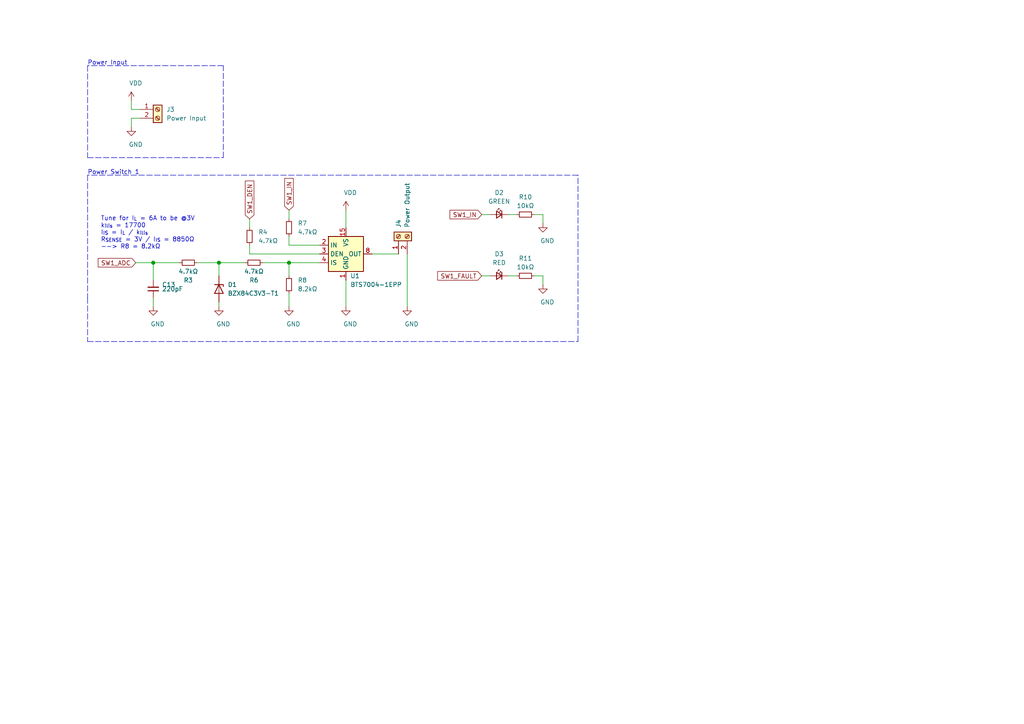
<source format=kicad_sch>
(kicad_sch (version 20201015) (generator eeschema)
  (page 1 3)
  (paper "A4")
  (lib_symbols
    (symbol "Connector:Screw_Terminal_01x02" (pin_names (offset 1.016) hide)
      (property "Reference" "J" (at 0 2.54 0))
      (property "Value" "Screw_Terminal_01x02" (at 0 -5.08 0))
      (symbol "Screw_Terminal_01x02_1_1"
        (circle (center 0 -2.54) (radius 0.635) (stroke (width 0.1524)))
        (circle (center 0 0) (radius 0.635) (stroke (width 0.1524)))
        (rectangle (start -1.27 1.27) (end 1.27 -3.81) (stroke (width 0.254)) (fill (type background)))
        (polyline (pts (xy -0.5334 -2.2098) (xy 0.3302 -3.048)) (stroke (width 0.1524)))
        (polyline (pts (xy -0.5334 0.3302) (xy 0.3302 -0.508)) (stroke (width 0.1524)))
        (polyline (pts (xy -0.3556 -2.032) (xy 0.508 -2.8702)) (stroke (width 0.1524)))
        (polyline (pts (xy -0.3556 0.508) (xy 0.508 -0.3302)) (stroke (width 0.1524)))
        (pin passive line (at -5.08 0 0) (length 3.81) (name "Pin_1") (number "1"))
        (pin passive line (at -5.08 -2.54 0) (length 3.81) (name "Pin_2") (number "2"))
      )
    )
    (symbol "Device:C_Small" (pin_numbers hide) (pin_names (offset 0.254) hide)
      (property "Reference" "C" (at 0.254 1.778 0))
      (property "Value" "C_Small" (at 0.254 -2.032 0))
      (symbol "C_Small_0_1"
        (polyline (pts (xy -1.524 -0.508) (xy 1.524 -0.508)) (stroke (width 0.3302)))
        (polyline (pts (xy -1.524 0.508) (xy 1.524 0.508)) (stroke (width 0.3048)))
      )
      (symbol "C_Small_1_1"
        (pin passive line (at 0 2.54 270) (length 2.032) (name "~") (number "1"))
        (pin passive line (at 0 -2.54 90) (length 2.032) (name "~") (number "2"))
      )
    )
    (symbol "Device:LED_Small" (pin_numbers hide) (pin_names (offset 0.254) hide)
      (property "Reference" "D" (at -1.27 3.175 0))
      (property "Value" "LED_Small" (at -4.445 -2.54 0))
      (symbol "LED_Small_0_1"
        (polyline (pts (xy -0.762 -1.016) (xy -0.762 1.016)) (stroke (width 0.254)))
        (polyline (pts (xy 1.016 0) (xy -0.762 0)))
        (polyline (pts (xy 0.762 -1.016) (xy -0.762 0) (xy 0.762 1.016) (xy 0.762 -1.016)) (stroke (width 0.254)))
        (polyline (pts (xy 0 0.762) (xy -0.508 1.27) (xy -0.254 1.27) (xy -0.508 1.27) (xy -0.508 1.016)))
        (polyline (pts (xy 0.508 1.27) (xy 0 1.778) (xy 0.254 1.778) (xy 0 1.778) (xy 0 1.524)))
      )
      (symbol "LED_Small_1_1"
        (pin passive line (at -2.54 0 0) (length 1.778) (name "K") (number "1"))
        (pin passive line (at 2.54 0 180) (length 1.778) (name "A") (number "2"))
      )
    )
    (symbol "Device:R_Small" (pin_numbers hide) (pin_names (offset 0.254) hide)
      (property "Reference" "R" (at 0.762 0.508 0))
      (property "Value" "R_Small" (at 0.762 -1.016 0))
      (symbol "R_Small_0_1"
        (rectangle (start -0.762 1.778) (end 0.762 -1.778) (stroke (width 0.2032)))
      )
      (symbol "R_Small_1_1"
        (pin passive line (at 0 2.54 270) (length 0.762) (name "~") (number "1"))
        (pin passive line (at 0 -2.54 90) (length 0.762) (name "~") (number "2"))
      )
    )
    (symbol "Diode:DZ2S033X0L" (pin_numbers hide) (pin_names (offset 1.016) hide)
      (property "Reference" "D" (at 0 2.54 0))
      (property "Value" "DZ2S033X0L" (at 0 -2.54 0))
      (symbol "DZ2S033X0L_0_1"
        (polyline (pts (xy 1.27 0) (xy -1.27 0)))
        (polyline (pts (xy -1.27 -1.27) (xy -1.27 1.27) (xy -0.762 1.27)) (stroke (width 0.254)))
        (polyline (pts (xy 1.27 -1.27) (xy 1.27 1.27) (xy -1.27 0) (xy 1.27 -1.27)) (stroke (width 0.254)))
      )
      (symbol "DZ2S033X0L_1_1"
        (pin passive line (at -3.81 0 0) (length 2.54) (name "K") (number "1"))
        (pin passive line (at 3.81 0 180) (length 2.54) (name "A") (number "2"))
      )
    )
    (symbol "Power_Management:BTS7004-1EPP"
      (property "Reference" "U" (at -3.81 6.35 0))
      (property "Value" "BTS7004-1EPP" (at 7.62 6.35 0))
      (symbol "BTS7004-1EPP_0_1"
        (rectangle (start -5.08 5.08) (end 5.08 -5.08) (stroke (width 0.254)) (fill (type background)))
      )
      (symbol "BTS7004-1EPP_1_1"
        (pin power_in line (at 0 -7.62 90) (length 2.54) (name "GND") (number "1"))
        (pin passive line (at 7.62 0 180) (length 2.54) hide (name "OUT") (number "10"))
        (pin unconnected line (at 5.08 -5.08 180) (length 2.54) hide (name "NC") (number "11"))
        (pin passive line (at 7.62 0 180) (length 2.54) hide (name "OUT") (number "12"))
        (pin passive line (at 7.62 0 180) (length 2.54) hide (name "OUT") (number "13"))
        (pin passive line (at 7.62 0 180) (length 2.54) hide (name "OUT") (number "14"))
        (pin power_in line (at 0 7.62 270) (length 2.54) (name "VS") (number "15"))
        (pin input line (at -7.62 2.54 0) (length 2.54) (name "IN") (number "2"))
        (pin input line (at -7.62 0 0) (length 2.54) (name "DEN") (number "3"))
        (pin output line (at -7.62 -2.54 0) (length 2.54) (name "IS") (number "4"))
        (pin unconnected line (at 5.08 5.08 180) (length 2.54) hide (name "NC") (number "5"))
        (pin unconnected line (at 5.08 2.54 180) (length 2.54) hide (name "NC") (number "6"))
        (pin unconnected line (at 5.08 -2.54 180) (length 2.54) hide (name "NC") (number "7"))
        (pin power_out line (at 7.62 0 180) (length 2.54) (name "OUT") (number "8"))
        (pin passive line (at 7.62 0 180) (length 2.54) hide (name "OUT") (number "9"))
      )
    )
    (symbol "power:GND" (power) (pin_names (offset 0))
      (property "Value" "GND" (at 0 -3.81 0))
      (symbol "GND_0_1"
        (polyline (pts (xy 0 0) (xy 0 -1.27) (xy 1.27 -1.27) (xy 0 -2.54) (xy -1.27 -1.27) (xy 0 -1.27)))
      )
      (symbol "GND_1_1"
        (pin power_in line (at 0 0 270) (length 0) hide (name "GND") (number "1"))
      )
    )
    (symbol "power:VDD" (power) (pin_names (offset 0))
      (property "Value" "VDD" (at 0 3.81 0))
      (symbol "VDD_0_1"
        (polyline (pts (xy -0.762 1.27) (xy 0 2.54)))
        (polyline (pts (xy 0 0) (xy 0 2.54)))
        (polyline (pts (xy 0 2.54) (xy 0.762 1.27)))
      )
      (symbol "VDD_1_1"
        (pin power_in line (at 0 0 90) (length 0) hide (name "VDD") (number "1"))
      )
    )
  )
  (junction (at 44.45 76.2) (diameter 1.016))
  (junction (at 63.5 76.2) (diameter 1.016))
  (junction (at 83.82 76.2) (diameter 1.016))
  (wire (pts (xy 38.1 29.21) (xy 38.1 31.75)))
  (wire (pts (xy 38.1 31.75) (xy 40.64 31.75)))
  (wire (pts (xy 38.1 34.29) (xy 40.64 34.29)))
  (wire (pts (xy 38.1 36.83) (xy 38.1 34.29)))
  (wire (pts (xy 39.37 76.2) (xy 44.45 76.2)))
  (wire (pts (xy 44.45 76.2) (xy 44.45 81.28)))
  (wire (pts (xy 44.45 76.2) (xy 52.07 76.2)))
  (wire (pts (xy 44.45 86.36) (xy 44.45 88.9)))
  (wire (pts (xy 57.15 76.2) (xy 63.5 76.2)))
  (wire (pts (xy 63.5 76.2) (xy 63.5 80.01)))
  (wire (pts (xy 63.5 76.2) (xy 71.12 76.2)))
  (wire (pts (xy 63.5 87.63) (xy 63.5 88.9)))
  (wire (pts (xy 72.39 63.5) (xy 72.39 66.04)))
  (wire (pts (xy 72.39 71.12) (xy 72.39 73.66)))
  (wire (pts (xy 72.39 73.66) (xy 92.71 73.66)))
  (wire (pts (xy 76.2 76.2) (xy 83.82 76.2)))
  (wire (pts (xy 83.82 60.96) (xy 83.82 63.5)))
  (wire (pts (xy 83.82 68.58) (xy 83.82 71.12)))
  (wire (pts (xy 83.82 71.12) (xy 92.71 71.12)))
  (wire (pts (xy 83.82 76.2) (xy 83.82 80.01)))
  (wire (pts (xy 83.82 76.2) (xy 87.63 76.2)))
  (wire (pts (xy 83.82 85.09) (xy 83.82 88.9)))
  (wire (pts (xy 92.71 76.2) (xy 87.63 76.2)))
  (wire (pts (xy 100.33 60.96) (xy 100.33 66.04)))
  (wire (pts (xy 100.33 81.28) (xy 100.33 87.63)))
  (wire (pts (xy 100.33 87.63) (xy 100.33 88.9)))
  (wire (pts (xy 107.95 73.66) (xy 115.57 73.66)))
  (wire (pts (xy 118.11 73.66) (xy 118.11 76.2)))
  (wire (pts (xy 118.11 76.2) (xy 118.11 87.63)))
  (wire (pts (xy 118.11 87.63) (xy 118.11 88.9)))
  (wire (pts (xy 139.7 62.23) (xy 142.24 62.23)))
  (wire (pts (xy 139.7 80.01) (xy 142.24 80.01)))
  (wire (pts (xy 147.32 62.23) (xy 149.86 62.23)))
  (wire (pts (xy 147.32 80.01) (xy 149.86 80.01)))
  (wire (pts (xy 154.94 62.23) (xy 157.48 62.23)))
  (wire (pts (xy 154.94 80.01) (xy 157.48 80.01)))
  (wire (pts (xy 157.48 62.23) (xy 157.48 64.77)))
  (wire (pts (xy 157.48 80.01) (xy 157.48 82.55)))
  (polyline (pts (xy 25.4 19.05) (xy 25.4 45.72)) (stroke (width 0) (type dash)))
  (polyline (pts (xy 25.4 45.72) (xy 64.77 45.72)) (stroke (width 0) (type dash)))
  (polyline (pts (xy 25.4 50.8) (xy 25.4 86.36)) (stroke (width 0) (type dash)))
  (polyline (pts (xy 25.4 86.36) (xy 25.4 99.06)) (stroke (width 0) (type dash)))
  (polyline (pts (xy 25.4 99.06) (xy 167.64 99.06)) (stroke (width 0) (type dash)))
  (polyline (pts (xy 64.77 19.05) (xy 25.4 19.05)) (stroke (width 0) (type dash)))
  (polyline (pts (xy 64.77 45.72) (xy 64.77 19.05)) (stroke (width 0) (type dash)))
  (polyline (pts (xy 167.64 50.8) (xy 25.4 50.8)) (stroke (width 0) (type dash)))
  (polyline (pts (xy 167.64 99.06) (xy 167.64 50.8)) (stroke (width 0) (type dash)))
  (text "Power Input" (at 25.4 19.05 0) (effects (font (size 1.27 1.27)) (justify left bottom)))
  (text "Power Switch 1" (at 25.4 50.8 0) (effects (font (size 1.27 1.27)) (justify left bottom)))
  (text "Tune for I_{L} = 6A to be @3V\nk_{ilis} = 17700\nI_{IS} = I_{L} / k_{ilis}\nR_{SENSE} = 3V / I_{IS} = 8850Ω\n--> R8 = ${75679c15-29d2-4fcb-aebd-40c7bd0216f0:VALUE}" (at 29.21 72.39 0) (effects (font (size 1.27 1.27)) (justify left bottom)))
  (global_label "SW1_ADC" (shape input) (at 39.37 76.2 180))
  (global_label "SW1_DEN" (shape input) (at 72.39 63.5 90))
  (global_label "SW1_IN" (shape input) (at 83.82 60.96 90))
  (global_label "SW1_IN" (shape input) (at 139.7 62.23 180))
  (global_label "SW1_FAULT" (shape input) (at 139.7 80.01 180))
  (symbol (lib_id "power:VDD") (at 38.1 29.21 0) (unit 1)
    (property "Reference" "#PWR03" (effects hide))
    (property "Value" "VDD (5-24V)" (at 39.37 24.13 0))
  )
  (symbol (lib_id "power:VDD") (at 100.33 60.96 0) (unit 1)
    (property "Reference" "#PWR010" (effects hide))
    (property "Value" "VDD" (at 101.6 55.88 0))
  )
  (symbol (lib_id "power:GND") (at 38.1 36.83 0) (unit 1)
    (property "Reference" "#PWR04" (effects hide))
    (property "Value" "GND" (at 39.37 41.91 0))
  )
  (symbol (lib_id "power:GND") (at 44.45 88.9 0) (unit 1)
    (property "Reference" "#PWR0101" (effects hide))
    (property "Value" "GND" (at 45.72 93.98 0))
  )
  (symbol (lib_id "power:GND") (at 63.5 88.9 0) (unit 1)
    (property "Reference" "#PWR024" (effects hide))
    (property "Value" "GND" (at 64.77 93.98 0))
  )
  (symbol (lib_id "power:GND") (at 83.82 88.9 0) (unit 1)
    (property "Reference" "#PWR026" (effects hide))
    (property "Value" "GND" (at 85.09 93.98 0))
  )
  (symbol (lib_id "power:GND") (at 100.33 88.9 0) (unit 1)
    (property "Reference" "#PWR011" (effects hide))
    (property "Value" "GND" (at 101.6 93.98 0))
  )
  (symbol (lib_id "power:GND") (at 118.11 88.9 0) (unit 1)
    (property "Reference" "#PWR012" (effects hide))
    (property "Value" "GND" (at 119.38 93.98 0))
  )
  (symbol (lib_id "power:GND") (at 157.48 64.77 0) (unit 1)
    (property "Reference" "#PWR0102" (effects hide))
    (property "Value" "GND" (at 158.75 69.85 0))
  )
  (symbol (lib_id "power:GND") (at 157.48 82.55 0) (unit 1)
    (property "Reference" "#PWR0103" (effects hide))
    (property "Value" "GND" (at 158.75 87.63 0))
  )
  (symbol (lib_id "Device:R_Small") (at 54.61 76.2 90) (unit 1)
    (property "Reference" "R3" (at 54.61 81.28 90))
    (property "Value" "4.7kΩ" (at 54.61 78.74 90))
    (property "Footprint" "Resistor_SMD:R_0402_1005Metric" (effects hide))
  )
  (symbol (lib_id "Device:R_Small") (at 72.39 68.58 0) (unit 1)
    (property "Reference" "R4" (at 74.93 67.31 0) (effects (justify left)))
    (property "Value" "4.7kΩ" (at 74.93 69.85 0) (effects (justify left)))
    (property "Footprint" "Resistor_SMD:R_0402_1005Metric" (effects hide))
  )
  (symbol (lib_id "Device:R_Small") (at 73.66 76.2 90) (unit 1)
    (property "Reference" "R6" (at 73.66 81.28 90))
    (property "Value" "4.7kΩ" (at 73.66 78.74 90))
    (property "Footprint" "Resistor_SMD:R_0402_1005Metric" (effects hide))
  )
  (symbol (lib_id "Device:R_Small") (at 83.82 66.04 0) (unit 1)
    (property "Reference" "R7" (at 86.36 64.77 0) (effects (justify left)))
    (property "Value" "4.7kΩ" (at 86.36 67.31 0) (effects (justify left)))
    (property "Footprint" "Resistor_SMD:R_0402_1005Metric" (effects hide))
  )
  (symbol (lib_id "Device:R_Small") (at 83.82 82.55 0) (unit 1)
    (property "Reference" "R8" (at 86.36 81.28 0) (effects (justify left)))
    (property "Value" "8.2kΩ" (at 86.36 83.82 0) (effects (justify left)))
    (property "Footprint" "Resistor_SMD:R_0402_1005Metric" (effects hide))
  )
  (symbol (lib_id "Device:R_Small") (at 152.4 62.23 270) (unit 1)
    (property "Reference" "R10" (at 152.4 57.15 90))
    (property "Value" "10kΩ" (at 152.4 59.69 90))
    (property "Footprint" "Resistor_SMD:R_0402_1005Metric" (effects hide))
  )
  (symbol (lib_id "Device:R_Small") (at 152.4 80.01 270) (unit 1)
    (property "Reference" "R11" (at 152.4 74.93 90))
    (property "Value" "10kΩ" (at 152.4 77.47 90))
    (property "Footprint" "Resistor_SMD:R_0402_1005Metric" (effects hide))
  )
  (symbol (lib_id "Device:LED_Small") (at 144.78 62.23 0) (mirror y) (unit 1)
    (property "Reference" "D2" (at 144.78 55.88 0))
    (property "Value" "GREEN" (at 144.78 58.42 0))
    (property "Footprint" "LED_SMD:LED_0402_1005Metric" (effects hide))
  )
  (symbol (lib_id "Device:LED_Small") (at 144.78 80.01 0) (mirror y) (unit 1)
    (property "Reference" "D3" (at 144.78 73.66 0))
    (property "Value" "RED" (at 144.78 76.2 0))
    (property "Footprint" "LED_SMD:LED_0402_1005Metric" (effects hide))
  )
  (symbol (lib_id "Device:C_Small") (at 44.45 83.82 180) (unit 1)
    (property "Reference" "C13" (at 46.99 82.55 0) (effects (justify right)))
    (property "Value" "220pF" (at 46.99 83.82 0) (effects (justify right)))
    (property "Footprint" "Capacitor_SMD:C_0402_1005Metric" (effects hide))
  )
  (symbol (lib_id "Diode:DZ2S033X0L") (at 63.5 83.82 270) (unit 1)
    (property "Reference" "D1" (at 66.04 82.55 90) (effects (justify left)))
    (property "Value" "BZX84C3V3-T1" (at 66.04 85.09 90) (effects (justify left)))
    (property "Footprint" "Diode_SMD:D_SOT-23_ANK" (effects hide))
    (property "Datasheet" "https://industrial.panasonic.com/content/data/SC/ds/ds4/DZ2S03300L_E.pdf" (effects hide))
  )
  (symbol (lib_id "Connector:Screw_Terminal_01x02") (at 45.72 31.75 0) (unit 1)
    (property "Reference" "J3" (at 48.26 31.75 0) (effects (justify left)))
    (property "Value" "Power Input" (at 48.26 34.29 0) (effects (justify left)))
    (property "Footprint" "TerminalBlock_RND:TerminalBlock_RND_205-00287_1x02_P5.08mm_Horizontal" (effects hide))
  )
  (symbol (lib_id "Connector:Screw_Terminal_01x02") (at 115.57 68.58 90) (unit 1)
    (property "Reference" "J4" (at 115.57 66.04 0) (effects (justify left)))
    (property "Value" "Power Output" (at 118.11 66.04 0) (effects (justify left)))
    (property "Footprint" "TerminalBlock_RND:TerminalBlock_RND_205-00287_1x02_P5.08mm_Horizontal" (effects hide))
  )
  (symbol (lib_id "Power_Management:BTS7004-1EPP") (at 100.33 73.66 0) (unit 1)
    (property "Reference" "U1" (at 101.6 80.01 0) (effects (justify left)))
    (property "Value" "BTS7004-1EPP" (at 101.6 82.55 0) (effects (justify left)))
    (property "Footprint" "Package_SO:Infineon_PG-TSDSO-14-22" (effects hide))
    (property "Datasheet" "https://www.infineon.com/dgdl/Infineon-BTS7004-1EPP-DS-v01_00-EN.pdf?fileId=5546d4626102d35a016147550a725555" (effects hide))
  )
)
</source>
